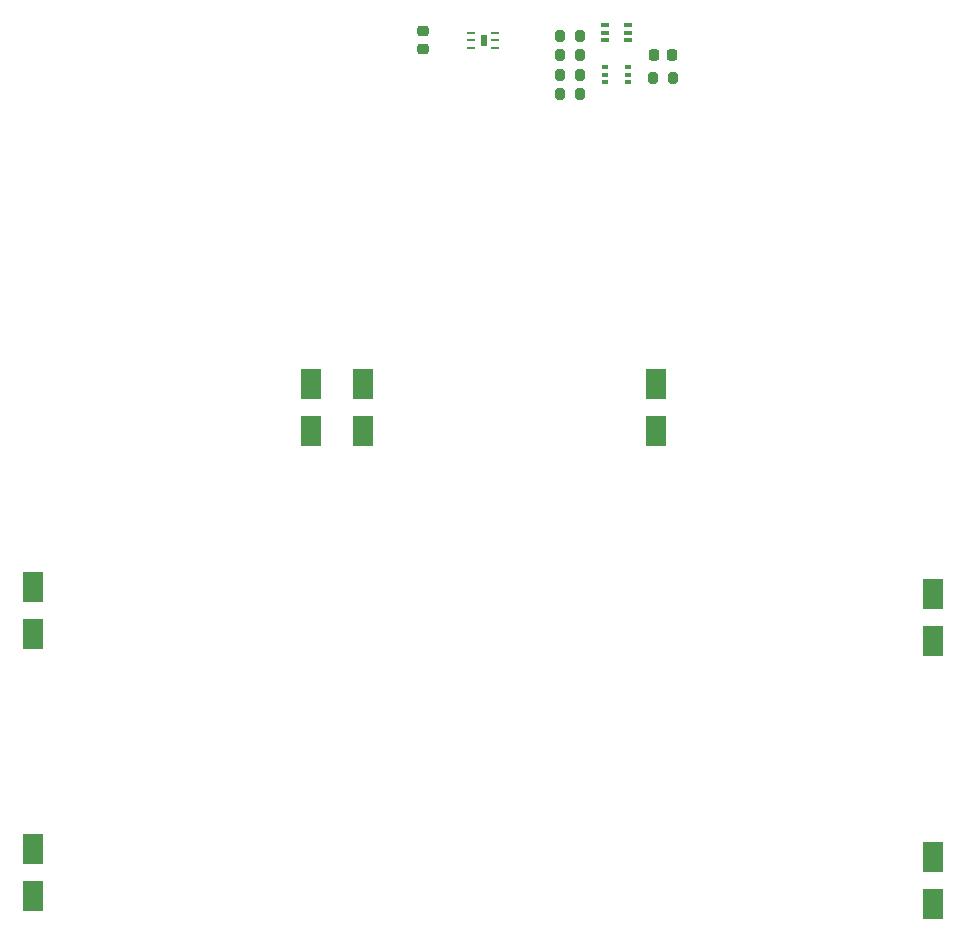
<source format=gtp>
%TF.GenerationSoftware,KiCad,Pcbnew,(6.0.5)*%
%TF.CreationDate,2022-07-09T16:24:38-07:00*%
%TF.ProjectId,solar-panel-side-X-minus,736f6c61-722d-4706-916e-656c2d736964,rev?*%
%TF.SameCoordinates,Original*%
%TF.FileFunction,Paste,Top*%
%TF.FilePolarity,Positive*%
%FSLAX46Y46*%
G04 Gerber Fmt 4.6, Leading zero omitted, Abs format (unit mm)*
G04 Created by KiCad (PCBNEW (6.0.5)) date 2022-07-09 16:24:38*
%MOMM*%
%LPD*%
G01*
G04 APERTURE LIST*
G04 Aperture macros list*
%AMRoundRect*
0 Rectangle with rounded corners*
0 $1 Rounding radius*
0 $2 $3 $4 $5 $6 $7 $8 $9 X,Y pos of 4 corners*
0 Add a 4 corners polygon primitive as box body*
4,1,4,$2,$3,$4,$5,$6,$7,$8,$9,$2,$3,0*
0 Add four circle primitives for the rounded corners*
1,1,$1+$1,$2,$3*
1,1,$1+$1,$4,$5*
1,1,$1+$1,$6,$7*
1,1,$1+$1,$8,$9*
0 Add four rect primitives between the rounded corners*
20,1,$1+$1,$2,$3,$4,$5,0*
20,1,$1+$1,$4,$5,$6,$7,0*
20,1,$1+$1,$6,$7,$8,$9,0*
20,1,$1+$1,$8,$9,$2,$3,0*%
G04 Aperture macros list end*
%ADD10C,0.010000*%
%ADD11R,1.700000X2.500000*%
%ADD12RoundRect,0.225000X-0.250000X0.225000X-0.250000X-0.225000X0.250000X-0.225000X0.250000X0.225000X0*%
%ADD13R,0.740000X0.270000*%
%ADD14RoundRect,0.225000X-0.225000X-0.250000X0.225000X-0.250000X0.225000X0.250000X-0.225000X0.250000X0*%
%ADD15R,0.650000X0.400000*%
%ADD16R,0.600000X0.400000*%
%ADD17RoundRect,0.200000X-0.200000X-0.275000X0.200000X-0.275000X0.200000X0.275000X-0.200000X0.275000X0*%
%ADD18RoundRect,0.200000X0.200000X0.275000X-0.200000X0.275000X-0.200000X-0.275000X0.200000X-0.275000X0*%
G04 APERTURE END LIST*
G36*
X151340000Y-55040000D02*
G01*
X150920000Y-55040000D01*
X150920000Y-54180000D01*
X151340000Y-54180000D01*
X151340000Y-55040000D01*
G37*
D10*
X151340000Y-55040000D02*
X150920000Y-55040000D01*
X150920000Y-54180000D01*
X151340000Y-54180000D01*
X151340000Y-55040000D01*
D11*
X140970000Y-83725000D03*
X140970000Y-87725000D03*
X165735000Y-87725000D03*
X165735000Y-83725000D03*
X189230000Y-101505000D03*
X189230000Y-105505000D03*
X189230000Y-123730000D03*
X189230000Y-127730000D03*
X113030000Y-127095000D03*
X113030000Y-123095000D03*
X113030000Y-104870000D03*
X113030000Y-100870000D03*
X136525000Y-87725000D03*
X136525000Y-83725000D03*
D12*
X146050000Y-53835000D03*
X146050000Y-55385000D03*
D13*
X150135000Y-53960000D03*
X150135000Y-54610000D03*
X150135000Y-55260000D03*
X152125000Y-55260000D03*
X152125000Y-54610000D03*
X152125000Y-53960000D03*
D14*
X165595000Y-55880000D03*
X167145000Y-55880000D03*
D15*
X161483000Y-53325000D03*
X161483000Y-53975000D03*
X161483000Y-54625000D03*
X163383000Y-54625000D03*
X163383000Y-53975000D03*
X163383000Y-53325000D03*
D16*
X161483000Y-56881000D03*
X161483000Y-57531000D03*
X161483000Y-58181000D03*
X163383000Y-58181000D03*
X163383000Y-57531000D03*
X163383000Y-56881000D03*
D17*
X157671000Y-55880000D03*
X159321000Y-55880000D03*
X157671000Y-59182000D03*
X159321000Y-59182000D03*
D18*
X159321000Y-54229000D03*
X157671000Y-54229000D03*
D17*
X157671000Y-57531000D03*
X159321000Y-57531000D03*
D18*
X167195000Y-57785000D03*
X165545000Y-57785000D03*
M02*

</source>
